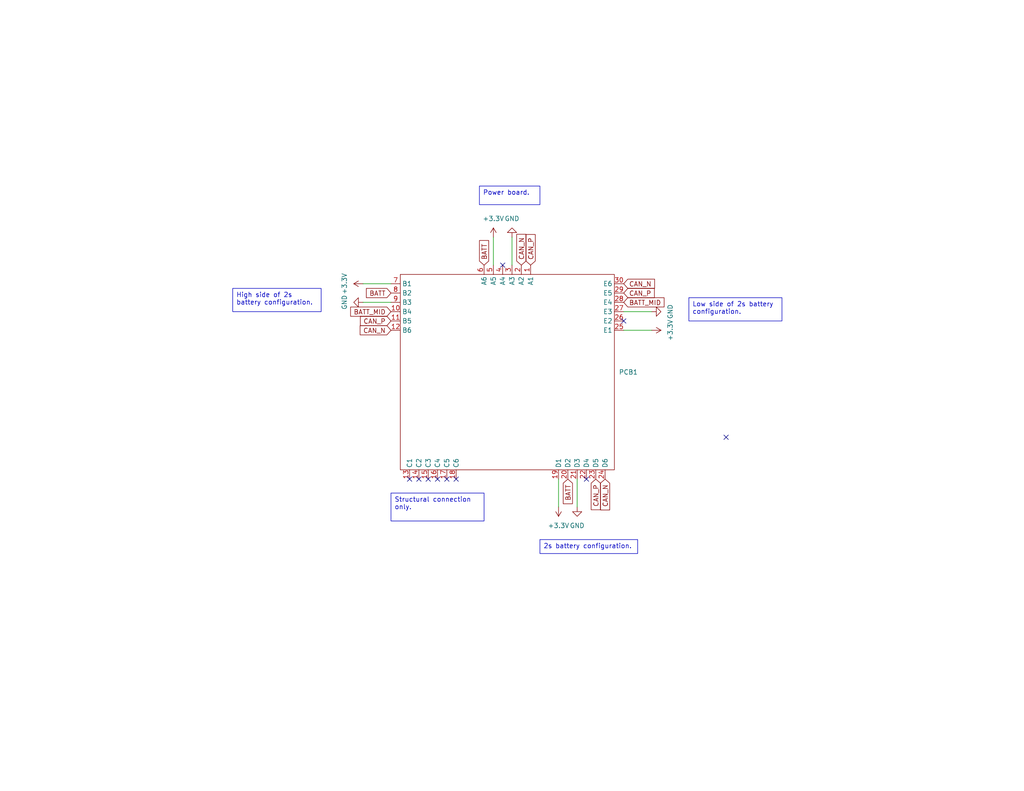
<source format=kicad_sch>
(kicad_sch (version 20230121) (generator eeschema)
  (paper "USLetter")
  (lib_symbols
    (symbol "TVSC:Core_PCB" (in_bom no)
      (property "Reference" "PCB" (at 0 0 0))
      (symbol "Core_PCB_0_1"
        (rectangle (start -29.21 26.67) (end 29.21 -26.67))
      )
      (symbol "Core_PCB_1_0"
        (pin passive line (at -31.75 16.51 0) (length 2.54) (name "B4") (number "10"))
        (pin passive line (at -31.75 13.97 0) (length 2.54) (name "B5") (number "11"))
        (pin passive line (at -31.75 11.43 0) (length 2.54) (name "B6") (number "12"))
        (pin passive line (at -26.67 -29.21 90) (length 2.54) (name "C1") (number "13"))
        (pin passive line (at -24.13 -29.21 90) (length 2.54) (name "C2") (number "14"))
        (pin passive line (at -21.59 -29.21 90) (length 2.54) (name "C3") (number "15"))
        (pin passive line (at -19.05 -29.21 90) (length 2.54) (name "C4") (number "16"))
        (pin passive line (at -16.51 -29.21 90) (length 2.54) (name "C5") (number "17"))
        (pin passive line (at -13.97 -29.21 90) (length 2.54) (name "C6") (number "18"))
        (pin passive line (at 13.97 -29.21 90) (length 2.54) (name "D1") (number "19"))
        (pin passive line (at 3.81 29.21 270) (length 2.54) (name "A2") (number "2"))
        (pin passive line (at 16.51 -29.21 90) (length 2.54) (name "D2") (number "20"))
        (pin passive line (at 19.05 -29.21 90) (length 2.54) (name "D3") (number "21"))
        (pin passive line (at 21.59 -29.21 90) (length 2.54) (name "D4") (number "22"))
        (pin passive line (at 24.13 -29.21 90) (length 2.54) (name "D5") (number "23"))
        (pin passive line (at 26.67 -29.21 90) (length 2.54) (name "D6") (number "24"))
        (pin passive line (at 31.75 11.43 180) (length 2.54) (name "E1") (number "25"))
        (pin passive line (at 31.75 13.97 180) (length 2.54) (name "E2") (number "26"))
        (pin passive line (at 31.75 16.51 180) (length 2.54) (name "E3") (number "27"))
        (pin passive line (at 31.75 19.05 180) (length 2.54) (name "E4") (number "28"))
        (pin passive line (at 31.75 21.59 180) (length 2.54) (name "E5") (number "29"))
        (pin passive line (at 1.27 29.21 270) (length 2.54) (name "A3") (number "3"))
        (pin passive line (at 31.75 24.13 180) (length 2.54) (name "E6") (number "30"))
        (pin passive line (at -1.27 29.21 270) (length 2.54) (name "A4") (number "4"))
        (pin passive line (at -3.81 29.21 270) (length 2.54) (name "A5") (number "5"))
        (pin passive line (at -6.35 29.21 270) (length 2.54) (name "A6") (number "6"))
        (pin passive line (at -31.75 24.13 0) (length 2.54) (name "B1") (number "7"))
        (pin passive line (at -31.75 21.59 0) (length 2.54) (name "B2") (number "8"))
        (pin passive line (at -31.75 19.05 0) (length 2.54) (name "B3") (number "9"))
      )
      (symbol "Core_PCB_1_1"
        (pin passive line (at 6.35 29.21 270) (length 2.54) (name "A1") (number "1"))
      )
    )
    (symbol "power:+3.3V" (power) (pin_names (offset 0))
      (property "Value" "+3.3V" (at 0 3.556 0))
      (symbol "+3.3V_0_1"
        (polyline (pts (xy -0.762 1.27) (xy 0 2.54)))
        (polyline (pts (xy 0 0) (xy 0 2.54)))
        (polyline (pts (xy 0 2.54) (xy 0.762 1.27)))
      )
      (symbol "+3.3V_1_1"
        (pin power_in line (at 0 0 90) (length 0) hide (name "+3.3V") (number "1"))
      )
    )
    (symbol "power:GND" (power) (pin_names (offset 0))
      (property "Value" "GND" (at 0 -3.81 0))
      (symbol "GND_0_1"
        (polyline (pts (xy 0 0) (xy 0 -1.27) (xy 1.27 -1.27) (xy 0 -2.54) (xy -1.27 -1.27) (xy 0 -1.27)))
      )
      (symbol "GND_1_1"
        (pin power_in line (at 0 0 270) (length 0) hide (name "GND") (number "1"))
      )
    )
  )
  (no_connect (at 114.3 130.81))
  (no_connect (at 124.46 130.81))
  (no_connect (at 160.02 130.81))
  (no_connect (at 111.76 130.81))
  (no_connect (at 119.38 130.81))
  (no_connect (at 198.12 119.38))
  (no_connect (at 137.16 72.39))
  (no_connect (at 116.84 130.81))
  (no_connect (at 121.92 130.81))
  (no_connect (at 170.18 87.63))
  (wire (pts (xy 157.48 138.43) (xy 157.48 130.81)))
  (wire (pts (xy 152.4 138.43) (xy 152.4 130.81)))
  (wire (pts (xy 177.8 90.17) (xy 170.18 90.17)))
  (wire (pts (xy 134.62 64.77) (xy 134.62 72.39)))
  (wire (pts (xy 99.06 77.47) (xy 106.68 77.47)))
  (wire (pts (xy 177.8 85.09) (xy 170.18 85.09)))
  (wire (pts (xy 139.7 64.77) (xy 139.7 72.39)))
  (wire (pts (xy 99.06 82.55) (xy 106.68 82.55)))
  (text_box "High side of 2s battery configuration." (at 63.5 78.74 0) (size 24.13 6.35) (effects (font (size 1.27 1.27)) (justify left top)))
  (text_box "Structural connection only." (at 106.68 134.62 0) (size 25.4 7.62) (effects (font (size 1.27 1.27)) (justify left top)))
  (text_box "2s battery configuration." (at 147.32 147.32 0) (size 26.67 3.81) (effects (font (size 1.27 1.27)) (justify left top)))
  (text_box "Low side of 2s battery configuration." (at 187.96 81.28 0) (size 25.4 6.35) (effects (font (size 1.27 1.27)) (justify left top)))
  (text_box "Power board." (at 130.81 50.8 0) (size 16.51 5.08) (effects (font (size 1.27 1.27)) (justify left top)))
  (global_label "BATT" (shape input) (at 154.94 130.81 270) (property "Intersheetrefs" "${INTERSHEET_REFS}" (effects hide)))
  (global_label "CAN_N" (shape input) (at 165.1 130.81 270) (property "Intersheetrefs" "${INTERSHEET_REFS}" (effects hide)))
  (global_label "BATT" (shape input) (at 106.68 80.01 180) (property "Intersheetrefs" "${INTERSHEET_REFS}" (effects hide)))
  (global_label "CAN_P" (shape input) (at 170.18 80.01 0) (property "Intersheetrefs" "${INTERSHEET_REFS}" (effects hide)))
  (global_label "CAN_N" (shape input) (at 106.68 90.17 180) (property "Intersheetrefs" "${INTERSHEET_REFS}" (effects hide)))
  (global_label "CAN_P" (shape input) (at 144.78 72.39 90) (property "Intersheetrefs" "${INTERSHEET_REFS}" (effects hide)))
  (global_label "BATT_MID" (shape input) (at 106.68 85.09 180) (property "Intersheetrefs" "${INTERSHEET_REFS}" (effects hide)))
  (global_label "CAN_P" (shape input) (at 162.56 130.81 270) (property "Intersheetrefs" "${INTERSHEET_REFS}" (effects hide)))
  (global_label "BATT_MID" (shape input) (at 170.18 82.55 0) (property "Intersheetrefs" "${INTERSHEET_REFS}" (effects hide)))
  (global_label "CAN_P" (shape input) (at 106.68 87.63 180) (property "Intersheetrefs" "${INTERSHEET_REFS}" (effects hide)))
  (global_label "CAN_N" (shape input) (at 142.24 72.39 90) (property "Intersheetrefs" "${INTERSHEET_REFS}" (effects hide)))
  (global_label "BATT" (shape input) (at 132.08 72.39 90) (property "Intersheetrefs" "${INTERSHEET_REFS}" (effects hide)))
  (global_label "CAN_N" (shape input) (at 170.18 77.47 0) (property "Intersheetrefs" "${INTERSHEET_REFS}" (effects hide)))
  (symbol (lib_id "power:+3.3V") (at 177.8 90.17 270) (unit 1)
    (property "Reference" "#PWR06" (effects hide))
    (property "Value" "+3.3V" (at 182.88 90.17 0))
  )
  (symbol (lib_id "power:+3.3V") (at 134.62 64.77 0) (unit 1)
    (property "Reference" "#PWR03" (effects hide))
    (property "Value" "+3.3V" (at 134.62 59.69 0))
  )
  (symbol (lib_id "power:GND") (at 157.48 138.43 0) (unit 1)
    (property "Reference" "#PWR05" (effects hide))
    (property "Value" "GND" (at 157.48 143.51 0))
  )
  (symbol (lib_id "power:GND") (at 139.7 64.77 180) (unit 1)
    (property "Reference" "#PWR01" (effects hide))
    (property "Value" "GND" (at 139.7 59.69 0))
  )
  (symbol (lib_id "power:+3.3V") (at 152.4 138.43 180) (unit 1)
    (property "Reference" "#PWR04" (effects hide))
    (property "Value" "+3.3V" (at 152.4 143.51 0))
  )
  (symbol (lib_id "power:+3.3V") (at 99.06 77.47 90) (unit 1)
    (property "Reference" "#PWR010" (effects hide))
    (property "Value" "+3.3V" (at 93.98 77.47 0))
  )
  (symbol (lib_id "power:GND") (at 99.06 82.55 270) (unit 1)
    (property "Reference" "#PWR02" (effects hide))
    (property "Value" "GND" (at 93.98 82.55 0))
  )
  (symbol (lib_id "TVSC:Core_PCB") (at 138.43 101.6 0) (unit 1) (in_bom no)
    (property "Reference" "PCB1" (at 171.45 101.6 0))
    (property "Footprint" "footprints:Core_Board_PCB_Shape" (effects hide))
  )
  (symbol (lib_id "power:GND") (at 177.8 85.09 90) (unit 1)
    (property "Reference" "#PWR011" (effects hide))
    (property "Value" "GND" (at 182.88 85.09 0))
  )
)
</source>
